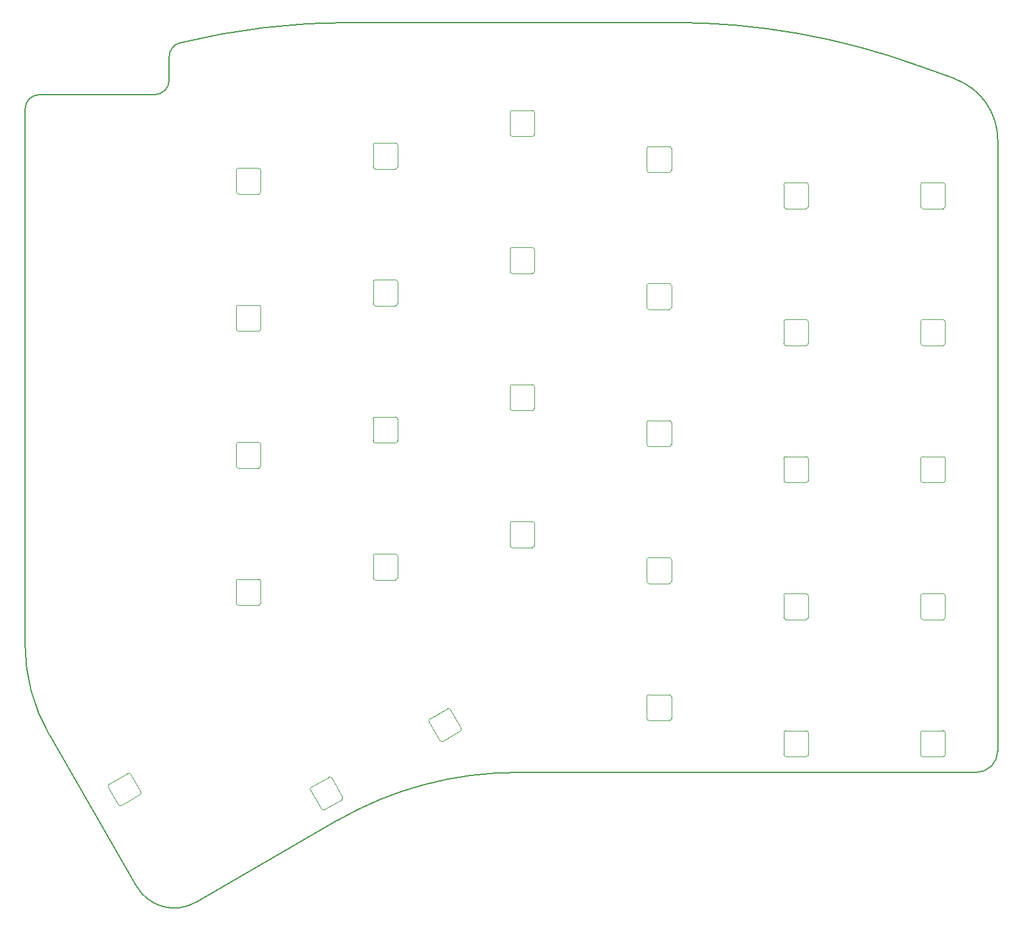
<source format=gbr>
%TF.GenerationSoftware,KiCad,Pcbnew,7.0.5*%
%TF.CreationDate,2023-11-26T00:23:34+09:00*%
%TF.ProjectId,Ultramarine-2,556c7472-616d-4617-9269-6e652d322e6b,rev?*%
%TF.SameCoordinates,Original*%
%TF.FileFunction,Profile,NP*%
%FSLAX46Y46*%
G04 Gerber Fmt 4.6, Leading zero omitted, Abs format (unit mm)*
G04 Created by KiCad (PCBNEW 7.0.5) date 2023-11-26 00:23:34*
%MOMM*%
%LPD*%
G01*
G04 APERTURE LIST*
%TA.AperFunction,Profile*%
%ADD10C,0.200000*%
%TD*%
%TA.AperFunction,Profile*%
%ADD11C,0.050000*%
%TD*%
G04 APERTURE END LIST*
D10*
X133107472Y-30999994D02*
G75*
G03*
X109528419Y-33819610I28J-100000006D01*
G01*
X223000030Y-47301868D02*
G75*
G03*
X217078181Y-38844634I-9000030J-32D01*
G01*
X217078181Y-38844634D02*
X212094542Y-37030738D01*
X87999986Y-117258330D02*
G75*
G03*
X91349366Y-129758330I25000014J30D01*
G01*
X156270527Y-135000000D02*
X220000000Y-135000000D01*
X90000000Y-41000000D02*
G75*
G03*
X88000000Y-43000000I0J-2000000D01*
G01*
X111696152Y-153000000D02*
X131270527Y-141698730D01*
X106000000Y-41000000D02*
G75*
G03*
X108000000Y-39000000I0J2000000D01*
G01*
X106000000Y-41000000D02*
X90000000Y-41000000D01*
X156270527Y-135000014D02*
G75*
G03*
X131270527Y-141698730I-27J-49999986D01*
G01*
X91349365Y-129758330D02*
X103500000Y-150803848D01*
X177892528Y-31000000D02*
X133107472Y-31000000D01*
X109528415Y-33819593D02*
G75*
G03*
X108000000Y-35763218I471585J-1943607D01*
G01*
X108000000Y-35763218D02*
X108000000Y-39000000D01*
X212094539Y-37030747D02*
G75*
G03*
X177892528Y-31000000I-34202039J-93969253D01*
G01*
X88000000Y-43000000D02*
X88000000Y-117258330D01*
X223000000Y-132000000D02*
X223000000Y-47301868D01*
X220000000Y-135000000D02*
G75*
G03*
X223000000Y-132000000I0J3000000D01*
G01*
X103499999Y-150803849D02*
G75*
G03*
X111696152Y-152999999I5196151J2999999D01*
G01*
D11*
%TO.C,D56*%
X212300000Y-129500000D02*
X212300000Y-132500000D01*
X212600000Y-132800000D02*
X215400000Y-132800000D01*
X215400000Y-129200000D02*
X212600000Y-129200000D01*
X215700000Y-129500000D02*
X215700000Y-132500000D01*
X212600000Y-129200000D02*
G75*
G03*
X212300000Y-129500000I0J-300000D01*
G01*
X212300000Y-132500000D02*
G75*
G03*
X212600000Y-132800000I300000J0D01*
G01*
X215700000Y-129500000D02*
G75*
G03*
X215400000Y-129200000I-300000J0D01*
G01*
X215400000Y-132800000D02*
G75*
G03*
X215700000Y-132500000I0J300000D01*
G01*
%TO.C,D45*%
X193300000Y-91500000D02*
X193300000Y-94500000D01*
X193600000Y-94800000D02*
X196400000Y-94800000D01*
X196400000Y-91200000D02*
X193600000Y-91200000D01*
X196700000Y-91500000D02*
X196700000Y-94500000D01*
X193600000Y-91200000D02*
G75*
G03*
X193300000Y-91500000I0J-300000D01*
G01*
X193300000Y-94500000D02*
G75*
G03*
X193600000Y-94800000I300000J0D01*
G01*
X196700000Y-91500000D02*
G75*
G03*
X196400000Y-91200000I-300000J0D01*
G01*
X196400000Y-94800000D02*
G75*
G03*
X196700000Y-94500000I0J300000D01*
G01*
%TO.C,D49*%
X117300000Y-89500000D02*
X117300000Y-92500000D01*
X117600000Y-92800000D02*
X120400000Y-92800000D01*
X120400000Y-89200000D02*
X117600000Y-89200000D01*
X120700000Y-89500000D02*
X120700000Y-92500000D01*
X117600000Y-89200000D02*
G75*
G03*
X117300000Y-89500000I0J-300000D01*
G01*
X117300000Y-92500000D02*
G75*
G03*
X117600000Y-92800000I300000J0D01*
G01*
X120700000Y-89500000D02*
G75*
G03*
X120400000Y-89200000I-300000J0D01*
G01*
X120400000Y-92800000D02*
G75*
G03*
X120700000Y-92500000I0J300000D01*
G01*
%TO.C,D53*%
X158700000Y-103500000D02*
X158700000Y-100500000D01*
X158400000Y-100200000D02*
X155600000Y-100200000D01*
X155600000Y-103800000D02*
X158400000Y-103800000D01*
X155300000Y-103500000D02*
X155300000Y-100500000D01*
X158400000Y-103800000D02*
G75*
G03*
X158700000Y-103500000I0J300000D01*
G01*
X158700000Y-100500000D02*
G75*
G03*
X158400000Y-100200000I-300000J0D01*
G01*
X155300000Y-103500000D02*
G75*
G03*
X155600000Y-103800000I300000J0D01*
G01*
X155600000Y-100200000D02*
G75*
G03*
X155300000Y-100500000I0J-300000D01*
G01*
%TO.C,D36*%
X136300000Y-48000000D02*
X136300000Y-51000000D01*
X136600000Y-51300000D02*
X139400000Y-51300000D01*
X139400000Y-47700000D02*
X136600000Y-47700000D01*
X139700000Y-48000000D02*
X139700000Y-51000000D01*
X136600000Y-47700000D02*
G75*
G03*
X136300000Y-48000000I0J-300000D01*
G01*
X136300000Y-51000000D02*
G75*
G03*
X136600000Y-51300000I300000J0D01*
G01*
X139700000Y-48000000D02*
G75*
G03*
X139400000Y-47700000I-300000J0D01*
G01*
X139400000Y-51300000D02*
G75*
G03*
X139700000Y-51000000I0J300000D01*
G01*
%TO.C,D39*%
X196700000Y-75500000D02*
X196700000Y-72500000D01*
X196400000Y-72200000D02*
X193600000Y-72200000D01*
X193600000Y-75800000D02*
X196400000Y-75800000D01*
X193300000Y-75500000D02*
X193300000Y-72500000D01*
X196400000Y-75800000D02*
G75*
G03*
X196700000Y-75500000I0J300000D01*
G01*
X196700000Y-72500000D02*
G75*
G03*
X196400000Y-72200000I-300000J0D01*
G01*
X193300000Y-75500000D02*
G75*
G03*
X193600000Y-75800000I300000J0D01*
G01*
X193600000Y-72200000D02*
G75*
G03*
X193300000Y-72500000I0J-300000D01*
G01*
%TO.C,D50*%
X215700000Y-113500000D02*
X215700000Y-110500000D01*
X215400000Y-110200000D02*
X212600000Y-110200000D01*
X212600000Y-113800000D02*
X215400000Y-113800000D01*
X212300000Y-113500000D02*
X212300000Y-110500000D01*
X215400000Y-113800000D02*
G75*
G03*
X215700000Y-113500000I0J300000D01*
G01*
X215700000Y-110500000D02*
G75*
G03*
X215400000Y-110200000I-300000J0D01*
G01*
X212300000Y-113500000D02*
G75*
G03*
X212600000Y-113800000I300000J0D01*
G01*
X212600000Y-110200000D02*
G75*
G03*
X212300000Y-110500000I0J-300000D01*
G01*
%TO.C,D59*%
X144063757Y-127961962D02*
X145563757Y-130560038D01*
X145973564Y-130669846D02*
X148398436Y-129269846D01*
X146598436Y-126152154D02*
X144173564Y-127552154D01*
X147008243Y-126261962D02*
X148508243Y-128860038D01*
X144173565Y-127552155D02*
G75*
G03*
X144063757Y-127961962I149999J-259807D01*
G01*
X145563757Y-130560038D02*
G75*
G03*
X145973564Y-130669846I259807J150000D01*
G01*
X147008243Y-126261962D02*
G75*
G03*
X146598436Y-126152154I-259807J-150000D01*
G01*
X148398435Y-129269845D02*
G75*
G03*
X148508243Y-128860038I-149999J259807D01*
G01*
%TO.C,D40*%
X177700000Y-70500000D02*
X177700000Y-67500000D01*
X177400000Y-67200000D02*
X174600000Y-67200000D01*
X174600000Y-70800000D02*
X177400000Y-70800000D01*
X174300000Y-70500000D02*
X174300000Y-67500000D01*
X177400000Y-70800000D02*
G75*
G03*
X177700000Y-70500000I0J300000D01*
G01*
X177700000Y-67500000D02*
G75*
G03*
X177400000Y-67200000I-300000J0D01*
G01*
X174300000Y-70500000D02*
G75*
G03*
X174600000Y-70800000I300000J0D01*
G01*
X174600000Y-67200000D02*
G75*
G03*
X174300000Y-67500000I0J-300000D01*
G01*
%TO.C,D38*%
X215700000Y-75500000D02*
X215700000Y-72500000D01*
X215400000Y-72200000D02*
X212600000Y-72200000D01*
X212600000Y-75800000D02*
X215400000Y-75800000D01*
X212300000Y-75500000D02*
X212300000Y-72500000D01*
X215400000Y-75800000D02*
G75*
G03*
X215700000Y-75500000I0J300000D01*
G01*
X215700000Y-72500000D02*
G75*
G03*
X215400000Y-72200000I-300000J0D01*
G01*
X212300000Y-75500000D02*
G75*
G03*
X212600000Y-75800000I300000J0D01*
G01*
X212600000Y-72200000D02*
G75*
G03*
X212300000Y-72500000I0J-300000D01*
G01*
%TO.C,D35*%
X155300000Y-43500000D02*
X155300000Y-46500000D01*
X155600000Y-46800000D02*
X158400000Y-46800000D01*
X158400000Y-43200000D02*
X155600000Y-43200000D01*
X158700000Y-43500000D02*
X158700000Y-46500000D01*
X155600000Y-43200000D02*
G75*
G03*
X155300000Y-43500000I0J-300000D01*
G01*
X155300000Y-46500000D02*
G75*
G03*
X155600000Y-46800000I300000J0D01*
G01*
X158700000Y-43500000D02*
G75*
G03*
X158400000Y-43200000I-300000J0D01*
G01*
X158400000Y-46800000D02*
G75*
G03*
X158700000Y-46500000I0J300000D01*
G01*
%TO.C,D41*%
X158700000Y-65500000D02*
X158700000Y-62500000D01*
X158400000Y-62200000D02*
X155600000Y-62200000D01*
X155600000Y-65800000D02*
X158400000Y-65800000D01*
X155300000Y-65500000D02*
X155300000Y-62500000D01*
X158400000Y-65800000D02*
G75*
G03*
X158700000Y-65500000I0J300000D01*
G01*
X158700000Y-62500000D02*
G75*
G03*
X158400000Y-62200000I-300000J0D01*
G01*
X155300000Y-65500000D02*
G75*
G03*
X155600000Y-65800000I300000J0D01*
G01*
X155600000Y-62200000D02*
G75*
G03*
X155300000Y-62500000I0J-300000D01*
G01*
%TO.C,D46*%
X174300000Y-86500000D02*
X174300000Y-89500000D01*
X174600000Y-89800000D02*
X177400000Y-89800000D01*
X177400000Y-86200000D02*
X174600000Y-86200000D01*
X177700000Y-86500000D02*
X177700000Y-89500000D01*
X174600000Y-86200000D02*
G75*
G03*
X174300000Y-86500000I0J-300000D01*
G01*
X174300000Y-89500000D02*
G75*
G03*
X174600000Y-89800000I300000J0D01*
G01*
X177700000Y-86500000D02*
G75*
G03*
X177400000Y-86200000I-300000J0D01*
G01*
X177400000Y-89800000D02*
G75*
G03*
X177700000Y-89500000I0J300000D01*
G01*
%TO.C,D33*%
X193300000Y-53500000D02*
X193300000Y-56500000D01*
X193600000Y-56800000D02*
X196400000Y-56800000D01*
X196400000Y-53200000D02*
X193600000Y-53200000D01*
X196700000Y-53500000D02*
X196700000Y-56500000D01*
X193600000Y-53200000D02*
G75*
G03*
X193300000Y-53500000I0J-300000D01*
G01*
X193300000Y-56500000D02*
G75*
G03*
X193600000Y-56800000I300000J0D01*
G01*
X196700000Y-53500000D02*
G75*
G03*
X196400000Y-53200000I-300000J0D01*
G01*
X196400000Y-56800000D02*
G75*
G03*
X196700000Y-56500000I0J300000D01*
G01*
%TO.C,D37*%
X117300000Y-51500000D02*
X117300000Y-54500000D01*
X117600000Y-54800000D02*
X120400000Y-54800000D01*
X120400000Y-51200000D02*
X117600000Y-51200000D01*
X120700000Y-51500000D02*
X120700000Y-54500000D01*
X117600000Y-51200000D02*
G75*
G03*
X117300000Y-51500000I0J-300000D01*
G01*
X117300000Y-54500000D02*
G75*
G03*
X117600000Y-54800000I300000J0D01*
G01*
X120700000Y-51500000D02*
G75*
G03*
X120400000Y-51200000I-300000J0D01*
G01*
X120400000Y-54800000D02*
G75*
G03*
X120700000Y-54500000I0J300000D01*
G01*
%TO.C,D42*%
X139700000Y-70000000D02*
X139700000Y-67000000D01*
X139400000Y-66700000D02*
X136600000Y-66700000D01*
X136600000Y-70300000D02*
X139400000Y-70300000D01*
X136300000Y-70000000D02*
X136300000Y-67000000D01*
X139400000Y-70300000D02*
G75*
G03*
X139700000Y-70000000I0J300000D01*
G01*
X139700000Y-67000000D02*
G75*
G03*
X139400000Y-66700000I-300000J0D01*
G01*
X136300000Y-70000000D02*
G75*
G03*
X136600000Y-70300000I300000J0D01*
G01*
X136600000Y-66700000D02*
G75*
G03*
X136300000Y-67000000I0J-300000D01*
G01*
%TO.C,D61*%
X102246038Y-135131757D02*
X99647962Y-136631757D01*
X99538154Y-137041564D02*
X100938154Y-139466436D01*
X104055846Y-137666436D02*
X102655846Y-135241564D01*
X103946038Y-138076243D02*
X101347962Y-139576243D01*
X102655845Y-135241565D02*
G75*
G03*
X102246038Y-135131757I-259807J-149999D01*
G01*
X99647962Y-136631757D02*
G75*
G03*
X99538154Y-137041564I150000J-259807D01*
G01*
X103946038Y-138076243D02*
G75*
G03*
X104055846Y-137666436I-150000J259807D01*
G01*
X100938155Y-139466435D02*
G75*
G03*
X101347962Y-139576243I259807J149999D01*
G01*
%TO.C,D55*%
X120700000Y-111500000D02*
X120700000Y-108500000D01*
X120400000Y-108200000D02*
X117600000Y-108200000D01*
X117600000Y-111800000D02*
X120400000Y-111800000D01*
X117300000Y-111500000D02*
X117300000Y-108500000D01*
X120400000Y-111800000D02*
G75*
G03*
X120700000Y-111500000I0J300000D01*
G01*
X120700000Y-108500000D02*
G75*
G03*
X120400000Y-108200000I-300000J0D01*
G01*
X117300000Y-111500000D02*
G75*
G03*
X117600000Y-111800000I300000J0D01*
G01*
X117600000Y-108200000D02*
G75*
G03*
X117300000Y-108500000I0J-300000D01*
G01*
%TO.C,D54*%
X139700000Y-108000000D02*
X139700000Y-105000000D01*
X139400000Y-104700000D02*
X136600000Y-104700000D01*
X136600000Y-108300000D02*
X139400000Y-108300000D01*
X136300000Y-108000000D02*
X136300000Y-105000000D01*
X139400000Y-108300000D02*
G75*
G03*
X139700000Y-108000000I0J300000D01*
G01*
X139700000Y-105000000D02*
G75*
G03*
X139400000Y-104700000I-300000J0D01*
G01*
X136300000Y-108000000D02*
G75*
G03*
X136600000Y-108300000I300000J0D01*
G01*
X136600000Y-104700000D02*
G75*
G03*
X136300000Y-105000000I0J-300000D01*
G01*
%TO.C,D58*%
X174300000Y-124500000D02*
X174300000Y-127500000D01*
X174600000Y-127800000D02*
X177400000Y-127800000D01*
X177400000Y-124200000D02*
X174600000Y-124200000D01*
X177700000Y-124500000D02*
X177700000Y-127500000D01*
X174600000Y-124200000D02*
G75*
G03*
X174300000Y-124500000I0J-300000D01*
G01*
X174300000Y-127500000D02*
G75*
G03*
X174600000Y-127800000I300000J0D01*
G01*
X177700000Y-124500000D02*
G75*
G03*
X177400000Y-124200000I-300000J0D01*
G01*
X177400000Y-127800000D02*
G75*
G03*
X177700000Y-127500000I0J300000D01*
G01*
%TO.C,D57*%
X193300000Y-129500000D02*
X193300000Y-132500000D01*
X193600000Y-132800000D02*
X196400000Y-132800000D01*
X196400000Y-129200000D02*
X193600000Y-129200000D01*
X196700000Y-129500000D02*
X196700000Y-132500000D01*
X193600000Y-129200000D02*
G75*
G03*
X193300000Y-129500000I0J-300000D01*
G01*
X193300000Y-132500000D02*
G75*
G03*
X193600000Y-132800000I300000J0D01*
G01*
X196700000Y-129500000D02*
G75*
G03*
X196400000Y-129200000I-300000J0D01*
G01*
X196400000Y-132800000D02*
G75*
G03*
X196700000Y-132500000I0J300000D01*
G01*
%TO.C,D34*%
X174300000Y-48500000D02*
X174300000Y-51500000D01*
X174600000Y-51800000D02*
X177400000Y-51800000D01*
X177400000Y-48200000D02*
X174600000Y-48200000D01*
X177700000Y-48500000D02*
X177700000Y-51500000D01*
X174600000Y-48200000D02*
G75*
G03*
X174300000Y-48500000I0J-300000D01*
G01*
X174300000Y-51500000D02*
G75*
G03*
X174600000Y-51800000I300000J0D01*
G01*
X177700000Y-48500000D02*
G75*
G03*
X177400000Y-48200000I-300000J0D01*
G01*
X177400000Y-51800000D02*
G75*
G03*
X177700000Y-51500000I0J300000D01*
G01*
%TO.C,D44*%
X212300000Y-91500000D02*
X212300000Y-94500000D01*
X212600000Y-94800000D02*
X215400000Y-94800000D01*
X215400000Y-91200000D02*
X212600000Y-91200000D01*
X215700000Y-91500000D02*
X215700000Y-94500000D01*
X212600000Y-91200000D02*
G75*
G03*
X212300000Y-91500000I0J-300000D01*
G01*
X212300000Y-94500000D02*
G75*
G03*
X212600000Y-94800000I300000J0D01*
G01*
X215700000Y-91500000D02*
G75*
G03*
X215400000Y-91200000I-300000J0D01*
G01*
X215400000Y-94800000D02*
G75*
G03*
X215700000Y-94500000I0J300000D01*
G01*
%TO.C,D51*%
X196700000Y-113500000D02*
X196700000Y-110500000D01*
X196400000Y-110200000D02*
X193600000Y-110200000D01*
X193600000Y-113800000D02*
X196400000Y-113800000D01*
X193300000Y-113500000D02*
X193300000Y-110500000D01*
X196400000Y-113800000D02*
G75*
G03*
X196700000Y-113500000I0J300000D01*
G01*
X196700000Y-110500000D02*
G75*
G03*
X196400000Y-110200000I-300000J0D01*
G01*
X193300000Y-113500000D02*
G75*
G03*
X193600000Y-113800000I300000J0D01*
G01*
X193600000Y-110200000D02*
G75*
G03*
X193300000Y-110500000I0J-300000D01*
G01*
%TO.C,D60*%
X127608757Y-137461962D02*
X129108757Y-140060038D01*
X129518564Y-140169846D02*
X131943436Y-138769846D01*
X130143436Y-135652154D02*
X127718564Y-137052154D01*
X130553243Y-135761962D02*
X132053243Y-138360038D01*
X127718565Y-137052155D02*
G75*
G03*
X127608757Y-137461962I149999J-259807D01*
G01*
X129108757Y-140060038D02*
G75*
G03*
X129518564Y-140169846I259807J150000D01*
G01*
X130553243Y-135761962D02*
G75*
G03*
X130143436Y-135652154I-259807J-150000D01*
G01*
X131943435Y-138769845D02*
G75*
G03*
X132053243Y-138360038I-149999J259807D01*
G01*
%TO.C,D32*%
X212300000Y-53500000D02*
X212300000Y-56500000D01*
X212600000Y-56800000D02*
X215400000Y-56800000D01*
X215400000Y-53200000D02*
X212600000Y-53200000D01*
X215700000Y-53500000D02*
X215700000Y-56500000D01*
X212600000Y-53200000D02*
G75*
G03*
X212300000Y-53500000I0J-300000D01*
G01*
X212300000Y-56500000D02*
G75*
G03*
X212600000Y-56800000I300000J0D01*
G01*
X215700000Y-53500000D02*
G75*
G03*
X215400000Y-53200000I-300000J0D01*
G01*
X215400000Y-56800000D02*
G75*
G03*
X215700000Y-56500000I0J300000D01*
G01*
%TO.C,D47*%
X155300000Y-81500000D02*
X155300000Y-84500000D01*
X155600000Y-84800000D02*
X158400000Y-84800000D01*
X158400000Y-81200000D02*
X155600000Y-81200000D01*
X158700000Y-81500000D02*
X158700000Y-84500000D01*
X155600000Y-81200000D02*
G75*
G03*
X155300000Y-81500000I0J-300000D01*
G01*
X155300000Y-84500000D02*
G75*
G03*
X155600000Y-84800000I300000J0D01*
G01*
X158700000Y-81500000D02*
G75*
G03*
X158400000Y-81200000I-300000J0D01*
G01*
X158400000Y-84800000D02*
G75*
G03*
X158700000Y-84500000I0J300000D01*
G01*
%TO.C,D52*%
X177700000Y-108500000D02*
X177700000Y-105500000D01*
X177400000Y-105200000D02*
X174600000Y-105200000D01*
X174600000Y-108800000D02*
X177400000Y-108800000D01*
X174300000Y-108500000D02*
X174300000Y-105500000D01*
X177400000Y-108800000D02*
G75*
G03*
X177700000Y-108500000I0J300000D01*
G01*
X177700000Y-105500000D02*
G75*
G03*
X177400000Y-105200000I-300000J0D01*
G01*
X174300000Y-108500000D02*
G75*
G03*
X174600000Y-108800000I300000J0D01*
G01*
X174600000Y-105200000D02*
G75*
G03*
X174300000Y-105500000I0J-300000D01*
G01*
%TO.C,D48*%
X136300000Y-86000000D02*
X136300000Y-89000000D01*
X136600000Y-89300000D02*
X139400000Y-89300000D01*
X139400000Y-85700000D02*
X136600000Y-85700000D01*
X139700000Y-86000000D02*
X139700000Y-89000000D01*
X136600000Y-85700000D02*
G75*
G03*
X136300000Y-86000000I0J-300000D01*
G01*
X136300000Y-89000000D02*
G75*
G03*
X136600000Y-89300000I300000J0D01*
G01*
X139700000Y-86000000D02*
G75*
G03*
X139400000Y-85700000I-300000J0D01*
G01*
X139400000Y-89300000D02*
G75*
G03*
X139700000Y-89000000I0J300000D01*
G01*
%TO.C,D43*%
X120700000Y-73500000D02*
X120700000Y-70500000D01*
X120400000Y-70200000D02*
X117600000Y-70200000D01*
X117600000Y-73800000D02*
X120400000Y-73800000D01*
X117300000Y-73500000D02*
X117300000Y-70500000D01*
X120400000Y-73800000D02*
G75*
G03*
X120700000Y-73500000I0J300000D01*
G01*
X120700000Y-70500000D02*
G75*
G03*
X120400000Y-70200000I-300000J0D01*
G01*
X117300000Y-73500000D02*
G75*
G03*
X117600000Y-73800000I300000J0D01*
G01*
X117600000Y-70200000D02*
G75*
G03*
X117300000Y-70500000I0J-300000D01*
G01*
%TD*%
M02*

</source>
